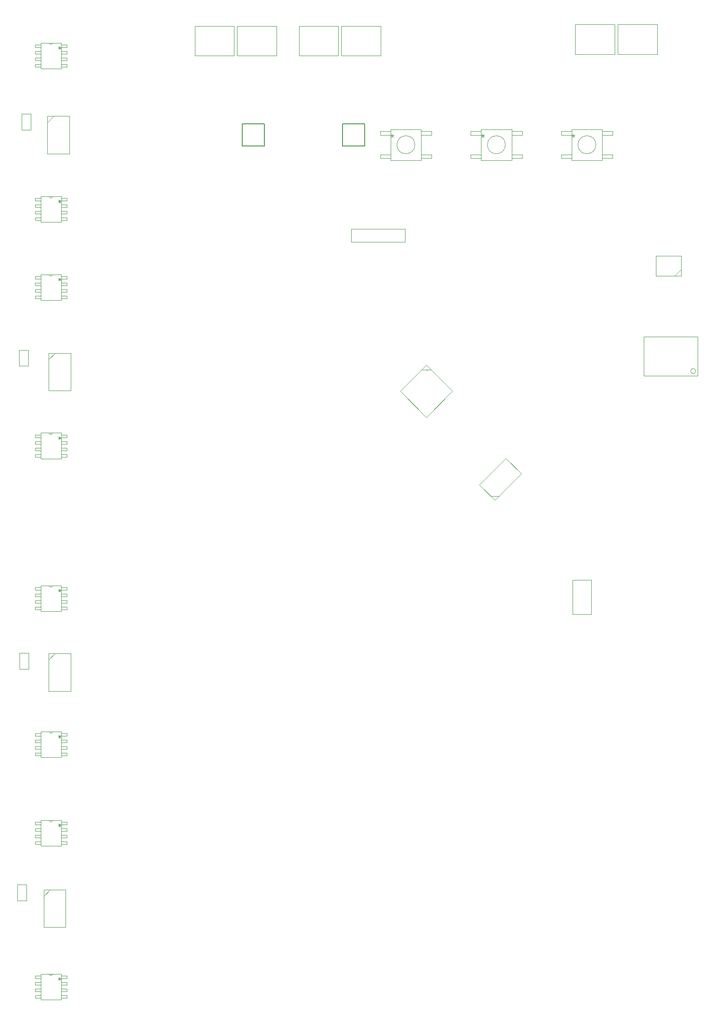
<source format=gbr>
%TF.GenerationSoftware,Altium Limited,Altium Designer,21.6.4 (81)*%
G04 Layer_Color=16711935*
%FSLAX43Y43*%
%MOMM*%
%TF.SameCoordinates,B094594F-E5AE-4C03-B854-EF891E02AD71*%
%TF.FilePolarity,Positive*%
%TF.FileFunction,Other,Mechanical_13*%
%TF.Part,Single*%
G01*
G75*
%TA.AperFunction,NonConductor*%
%ADD156C,0.200*%
%ADD159C,0.076*%
%ADD207C,0.100*%
%ADD231C,0.000*%
%ADD232C,0.025*%
D156*
X171623Y173135D02*
Y177453D01*
X175941D01*
Y173135D02*
Y177453D01*
X171623Y173135D02*
X175941D01*
X152065D02*
Y177453D01*
X156383D01*
Y173135D02*
Y177453D01*
X152065Y173135D02*
X156383D01*
D159*
X198661Y175414D02*
X199195Y174881D01*
X198661D02*
X199195Y175414D01*
X198661Y175148D02*
X199195D01*
X198928Y174881D02*
Y175414D01*
X181008D02*
X181542Y174881D01*
X181008D02*
X181542Y175414D01*
X181008Y175148D02*
X181542D01*
X181275Y174881D02*
Y175414D01*
X216314D02*
X216848Y174881D01*
X216314D02*
X216848Y175414D01*
X216314Y175148D02*
X216848D01*
X216581Y174881D02*
Y175414D01*
X116648Y162632D02*
X116115Y162099D01*
X116648D02*
X116115Y162632D01*
X116648Y162366D02*
X116115D01*
X116382Y162099D02*
Y162632D01*
X116648Y58322D02*
X116115Y57789D01*
X116648D02*
X116115Y58322D01*
X116648Y58056D02*
X116115D01*
X116382Y57789D02*
Y58322D01*
X116648Y192558D02*
X116115Y192025D01*
X116648D02*
X116115Y192558D01*
X116648Y192292D02*
X116115D01*
X116382Y192025D02*
Y192558D01*
X116648Y86798D02*
X116115Y86265D01*
X116648D02*
X116115Y86798D01*
X116648Y86532D02*
X116115D01*
X116382Y86265D02*
Y86798D01*
X116648Y11131D02*
X116115Y10598D01*
X116648D02*
X116115Y11131D01*
X116648Y10865D02*
X116115D01*
X116382Y10598D02*
Y11131D01*
X116648Y116551D02*
X116115Y116018D01*
X116648D02*
X116115Y116551D01*
X116648Y116284D02*
X116115D01*
X116382Y116018D02*
Y116551D01*
X116648Y147407D02*
X116115Y146874D01*
X116648D02*
X116115Y147407D01*
X116648Y147141D02*
X116115D01*
X116382Y146874D02*
Y147407D01*
X116648Y41053D02*
X116115Y40520D01*
X116648D02*
X116115Y41053D01*
X116648Y40787D02*
X116115D01*
X116382Y40520D02*
Y41053D01*
D207*
X240475Y129275D02*
G03*
X240475Y129275I-500J0D01*
G01*
X114250Y73000D02*
X115475Y74225D01*
X114250D02*
X118550D01*
Y66925D02*
Y74225D01*
X114250Y66925D02*
X118550D01*
X114250D02*
Y74225D01*
X114300Y131559D02*
X115525Y132784D01*
X114300D02*
X118600D01*
Y125484D02*
Y132784D01*
X114300Y125484D02*
X118600D01*
X114300D02*
Y132784D01*
X113300Y26975D02*
X114525Y28200D01*
X113300D02*
X117600D01*
Y20900D02*
Y28200D01*
X113300Y20900D02*
X117600D01*
X113300D02*
Y28200D01*
X114050Y171660D02*
Y178960D01*
Y171660D02*
X118350D01*
Y178960D01*
X114050D02*
X118350D01*
X114050Y177735D02*
X115275Y178960D01*
X237650Y147825D02*
Y151725D01*
X232750D02*
X237650D01*
X232750Y147825D02*
Y151725D01*
Y147825D02*
X237650D01*
X236380D02*
X237650Y149095D01*
X108527Y130273D02*
Y133373D01*
X110327Y130273D02*
Y133373D01*
X108527Y130273D02*
X110327D01*
X108527Y133373D02*
X110327D01*
X108155Y26100D02*
Y29200D01*
X109955Y26100D02*
Y29200D01*
X108155Y26100D02*
X109955D01*
X108155Y29200D02*
X109955D01*
X109018Y179423D02*
X110818D01*
X109018Y176323D02*
X110818D01*
Y179423D01*
X109018Y176323D02*
Y179423D01*
X108572Y74350D02*
X110372D01*
X108572Y71250D02*
X110372D01*
Y74350D01*
X108572Y71250D02*
Y74350D01*
X163094Y190763D02*
X170754D01*
Y196563D01*
X163094D02*
X170754D01*
X163094Y190763D02*
Y196563D01*
X142774Y190763D02*
Y196563D01*
X150434D01*
Y190763D02*
Y196563D01*
X142774Y190763D02*
X150434D01*
X171349D02*
Y196563D01*
X179009D01*
Y190763D02*
Y196563D01*
X171349Y190763D02*
X179009D01*
X151029D02*
X158689D01*
Y196563D01*
X151029D02*
X158689D01*
X151029Y190763D02*
Y196563D01*
X225280Y191025D02*
Y196825D01*
X232940D01*
Y191025D02*
Y196825D01*
X225280Y191025D02*
X232940D01*
X216990D02*
Y196825D01*
X224650D01*
Y191025D02*
Y196825D01*
X216990Y191025D02*
X224650D01*
X183793Y154478D02*
Y157018D01*
X173253Y154478D02*
X183793Y154478D01*
X173253Y154478D02*
Y157018D01*
X183793Y157018D01*
X230375Y128375D02*
X240875D01*
X230375Y135975D02*
X240875D01*
Y128375D02*
Y135975D01*
X230375Y128375D02*
Y135975D01*
X220125Y81875D02*
Y88575D01*
X216425Y81875D02*
Y88575D01*
X220125D01*
X216425Y81875D02*
X220125D01*
X201305Y104113D02*
X206467Y109275D01*
X203426Y112315D02*
X206467Y109275D01*
X198265Y107154D02*
X203426Y112315D01*
X198265Y107154D02*
X201305Y104113D01*
X200474Y104944D02*
X202136D01*
D231*
X203348Y173389D02*
G03*
X203348Y173389I-1753J0D01*
G01*
X185695D02*
G03*
X185695Y173389I-1753J0D01*
G01*
X221001D02*
G03*
X221001Y173389I-1753J0D01*
G01*
X114413Y163312D02*
G03*
X115023Y163312I305J0D01*
G01*
X114413Y59002D02*
G03*
X115023Y59002I305J0D01*
G01*
X114413Y193238D02*
G03*
X115023Y193238I305J0D01*
G01*
X114413Y87478D02*
G03*
X115023Y87478I305J0D01*
G01*
X114413Y11811D02*
G03*
X115023Y11811I305J0D01*
G01*
X114413Y117231D02*
G03*
X115023Y117231I305J0D01*
G01*
X114413Y148087D02*
G03*
X115023Y148087I305J0D01*
G01*
X114413Y41733D02*
G03*
X115023Y41733I305J0D01*
G01*
X188154Y129438D02*
G03*
X188154Y129438I-76J0D01*
G01*
D232*
X198598Y170392D02*
Y176386D01*
X204592D01*
Y170392D02*
Y176386D01*
X198598Y170392D02*
X204592D01*
Y175992D02*
X206599D01*
Y175281D02*
Y175992D01*
X204592Y175281D02*
X206599D01*
X204592D02*
Y175992D01*
Y171497D02*
X206599D01*
Y170786D02*
Y171497D01*
X204592Y170786D02*
X206599D01*
X204592D02*
Y171497D01*
X196591Y170786D02*
X198598D01*
X196591D02*
Y171497D01*
X198598D01*
Y170786D02*
Y171497D01*
X196591Y175281D02*
X198598D01*
X196591D02*
Y175992D01*
X198598D01*
Y175281D02*
Y175992D01*
X180945Y170392D02*
Y176386D01*
X186939D01*
Y170392D02*
Y176386D01*
X180945Y170392D02*
X186939D01*
Y175992D02*
X188946D01*
Y175281D02*
Y175992D01*
X186939Y175281D02*
X188946D01*
X186939D02*
Y175992D01*
Y171497D02*
X188946D01*
Y170786D02*
Y171497D01*
X186939Y170786D02*
X188946D01*
X186939D02*
Y171497D01*
X178938Y170786D02*
X180945D01*
X178938D02*
Y171497D01*
X180945D01*
Y170786D02*
Y171497D01*
X178938Y175281D02*
X180945D01*
X178938D02*
Y175992D01*
X180945D01*
Y175281D02*
Y175992D01*
X216251Y170392D02*
Y176386D01*
X222245D01*
Y170392D02*
Y176386D01*
X216251Y170392D02*
X222245D01*
Y175992D02*
X224252D01*
Y175281D02*
Y175992D01*
X222245Y175281D02*
X224252D01*
X222245D02*
Y175992D01*
Y171497D02*
X224252D01*
Y170786D02*
Y171497D01*
X222245Y170786D02*
X224252D01*
X222245D02*
Y171497D01*
X214244Y170786D02*
X216251D01*
X214244D02*
Y171497D01*
X216251D01*
Y170786D02*
Y171497D01*
X214244Y175281D02*
X216251D01*
X214244D02*
Y175992D01*
X216251D01*
Y175281D02*
Y175992D01*
X116712Y158308D02*
Y163312D01*
X112724D02*
X116712D01*
X112724Y158308D02*
Y163312D01*
Y158308D02*
X116712D01*
X111619Y162969D02*
X112724D01*
X111619Y162461D02*
Y162969D01*
Y162461D02*
X112724D01*
Y162969D01*
X111619Y161699D02*
X112724D01*
X111619Y161191D02*
Y161699D01*
Y161191D02*
X112724D01*
Y161699D01*
X111619Y160429D02*
X112724D01*
X111619Y159921D02*
Y160429D01*
Y159921D02*
X112724D01*
Y160429D01*
X111619Y159159D02*
X112724D01*
X111619Y158651D02*
Y159159D01*
Y158651D02*
X112724D01*
Y159159D01*
X116712Y158651D02*
X117817D01*
Y159159D01*
X116712D02*
X117817D01*
X116712Y158651D02*
Y159159D01*
Y159921D02*
X117817D01*
Y160429D01*
X116712D02*
X117817D01*
X116712Y159921D02*
Y160429D01*
Y161191D02*
X117817D01*
Y161699D01*
X116712D02*
X117817D01*
X116712Y161191D02*
Y161699D01*
Y162461D02*
X117817D01*
Y162969D01*
X116712D02*
X117817D01*
X116712Y162461D02*
Y162969D01*
Y58151D02*
Y58659D01*
X117817D01*
Y58151D02*
Y58659D01*
X116712Y58151D02*
X117817D01*
X116712Y56881D02*
Y57389D01*
X117817D01*
Y56881D02*
Y57389D01*
X116712Y56881D02*
X117817D01*
X116712Y55611D02*
Y56119D01*
X117817D01*
Y55611D02*
Y56119D01*
X116712Y55611D02*
X117817D01*
X116712Y54341D02*
Y54849D01*
X117817D01*
Y54341D02*
Y54849D01*
X116712Y54341D02*
X117817D01*
X112724D02*
Y54849D01*
X111619Y54341D02*
X112724D01*
X111619D02*
Y54849D01*
X112724D01*
Y55611D02*
Y56119D01*
X111619Y55611D02*
X112724D01*
X111619D02*
Y56119D01*
X112724D01*
Y56881D02*
Y57389D01*
X111619Y56881D02*
X112724D01*
X111619D02*
Y57389D01*
X112724D01*
Y58151D02*
Y58659D01*
X111619Y58151D02*
X112724D01*
X111619D02*
Y58659D01*
X112724D01*
Y53998D02*
X116712D01*
X112724D02*
Y59002D01*
X116712D01*
Y53998D02*
Y59002D01*
Y188234D02*
Y193238D01*
X112724D02*
X116712D01*
X112724Y188234D02*
Y193238D01*
Y188234D02*
X116712D01*
X111619Y192895D02*
X112724D01*
X111619Y192387D02*
Y192895D01*
Y192387D02*
X112724D01*
Y192895D01*
X111619Y191625D02*
X112724D01*
X111619Y191117D02*
Y191625D01*
Y191117D02*
X112724D01*
Y191625D01*
X111619Y190355D02*
X112724D01*
X111619Y189847D02*
Y190355D01*
Y189847D02*
X112724D01*
Y190355D01*
X111619Y189085D02*
X112724D01*
X111619Y188577D02*
Y189085D01*
Y188577D02*
X112724D01*
Y189085D01*
X116712Y188577D02*
X117817D01*
Y189085D01*
X116712D02*
X117817D01*
X116712Y188577D02*
Y189085D01*
Y189847D02*
X117817D01*
Y190355D01*
X116712D02*
X117817D01*
X116712Y189847D02*
Y190355D01*
Y191117D02*
X117817D01*
Y191625D01*
X116712D02*
X117817D01*
X116712Y191117D02*
Y191625D01*
Y192387D02*
X117817D01*
Y192895D01*
X116712D02*
X117817D01*
X116712Y192387D02*
Y192895D01*
Y82474D02*
Y87478D01*
X112724D02*
X116712D01*
X112724Y82474D02*
Y87478D01*
Y82474D02*
X116712D01*
X111619Y87135D02*
X112724D01*
X111619Y86627D02*
Y87135D01*
Y86627D02*
X112724D01*
Y87135D01*
X111619Y85865D02*
X112724D01*
X111619Y85357D02*
Y85865D01*
Y85357D02*
X112724D01*
Y85865D01*
X111619Y84595D02*
X112724D01*
X111619Y84087D02*
Y84595D01*
Y84087D02*
X112724D01*
Y84595D01*
X111619Y83325D02*
X112724D01*
X111619Y82817D02*
Y83325D01*
Y82817D02*
X112724D01*
Y83325D01*
X116712Y82817D02*
X117817D01*
Y83325D01*
X116712D02*
X117817D01*
X116712Y82817D02*
Y83325D01*
Y84087D02*
X117817D01*
Y84595D01*
X116712D02*
X117817D01*
X116712Y84087D02*
Y84595D01*
Y85357D02*
X117817D01*
Y85865D01*
X116712D02*
X117817D01*
X116712Y85357D02*
Y85865D01*
Y86627D02*
X117817D01*
Y87135D01*
X116712D02*
X117817D01*
X116712Y86627D02*
Y87135D01*
Y10960D02*
Y11468D01*
X117817D01*
Y10960D02*
Y11468D01*
X116712Y10960D02*
X117817D01*
X116712Y9690D02*
Y10198D01*
X117817D01*
Y9690D02*
Y10198D01*
X116712Y9690D02*
X117817D01*
X116712Y8420D02*
Y8928D01*
X117817D01*
Y8420D02*
Y8928D01*
X116712Y8420D02*
X117817D01*
X116712Y7150D02*
Y7658D01*
X117817D01*
Y7150D02*
Y7658D01*
X116712Y7150D02*
X117817D01*
X112724D02*
Y7658D01*
X111619Y7150D02*
X112724D01*
X111619D02*
Y7658D01*
X112724D01*
Y8420D02*
Y8928D01*
X111619Y8420D02*
X112724D01*
X111619D02*
Y8928D01*
X112724D01*
Y9690D02*
Y10198D01*
X111619Y9690D02*
X112724D01*
X111619D02*
Y10198D01*
X112724D01*
Y10960D02*
Y11468D01*
X111619Y10960D02*
X112724D01*
X111619D02*
Y11468D01*
X112724D01*
Y6807D02*
X116712D01*
X112724D02*
Y11811D01*
X116712D01*
Y6807D02*
Y11811D01*
Y112227D02*
Y117231D01*
X112724D02*
X116712D01*
X112724Y112227D02*
Y117231D01*
Y112227D02*
X116712D01*
X111619Y116888D02*
X112724D01*
X111619Y116380D02*
Y116888D01*
Y116380D02*
X112724D01*
Y116888D01*
X111619Y115618D02*
X112724D01*
X111619Y115110D02*
Y115618D01*
Y115110D02*
X112724D01*
Y115618D01*
X111619Y114348D02*
X112724D01*
X111619Y113840D02*
Y114348D01*
Y113840D02*
X112724D01*
Y114348D01*
X111619Y113078D02*
X112724D01*
X111619Y112570D02*
Y113078D01*
Y112570D02*
X112724D01*
Y113078D01*
X116712Y112570D02*
X117817D01*
Y113078D01*
X116712D02*
X117817D01*
X116712Y112570D02*
Y113078D01*
Y113840D02*
X117817D01*
Y114348D01*
X116712D02*
X117817D01*
X116712Y113840D02*
Y114348D01*
Y115110D02*
X117817D01*
Y115618D01*
X116712D02*
X117817D01*
X116712Y115110D02*
Y115618D01*
Y116380D02*
X117817D01*
Y116888D01*
X116712D02*
X117817D01*
X116712Y116380D02*
Y116888D01*
Y143083D02*
Y148087D01*
X112724D02*
X116712D01*
X112724Y143083D02*
Y148087D01*
Y143083D02*
X116712D01*
X111619Y147744D02*
X112724D01*
X111619Y147236D02*
Y147744D01*
Y147236D02*
X112724D01*
Y147744D01*
X111619Y146474D02*
X112724D01*
X111619Y145966D02*
Y146474D01*
Y145966D02*
X112724D01*
Y146474D01*
X111619Y145204D02*
X112724D01*
X111619Y144696D02*
Y145204D01*
Y144696D02*
X112724D01*
Y145204D01*
X111619Y143934D02*
X112724D01*
X111619Y143426D02*
Y143934D01*
Y143426D02*
X112724D01*
Y143934D01*
X116712Y143426D02*
X117817D01*
Y143934D01*
X116712D02*
X117817D01*
X116712Y143426D02*
Y143934D01*
Y144696D02*
X117817D01*
Y145204D01*
X116712D02*
X117817D01*
X116712Y144696D02*
Y145204D01*
Y145966D02*
X117817D01*
Y146474D01*
X116712D02*
X117817D01*
X116712Y145966D02*
Y146474D01*
Y147236D02*
X117817D01*
Y147744D01*
X116712D02*
X117817D01*
X116712Y147236D02*
Y147744D01*
Y36729D02*
Y41733D01*
X112724D02*
X116712D01*
X112724Y36729D02*
Y41733D01*
Y36729D02*
X116712D01*
X111619Y41390D02*
X112724D01*
X111619Y40882D02*
Y41390D01*
Y40882D02*
X112724D01*
Y41390D01*
X111619Y40120D02*
X112724D01*
X111619Y39612D02*
Y40120D01*
Y39612D02*
X112724D01*
Y40120D01*
X111619Y38850D02*
X112724D01*
X111619Y38342D02*
Y38850D01*
Y38342D02*
X112724D01*
Y38850D01*
X111619Y37580D02*
X112724D01*
X111619Y37072D02*
Y37580D01*
Y37072D02*
X112724D01*
Y37580D01*
X116712Y37072D02*
X117817D01*
Y37580D01*
X116712D02*
X117817D01*
X116712Y37072D02*
Y37580D01*
Y38342D02*
X117817D01*
Y38850D01*
X116712D02*
X117817D01*
X116712Y38342D02*
Y38850D01*
Y39612D02*
X117817D01*
Y40120D01*
X116712D02*
X117817D01*
X116712Y39612D02*
Y40120D01*
Y40882D02*
X117817D01*
Y41390D01*
X116712D02*
X117817D01*
X116712Y40882D02*
Y41390D01*
X186990Y129544D02*
X188786Y129544D01*
X187888Y120276D02*
X192971Y125359D01*
X182805D02*
X187888Y120276D01*
X182805Y125359D02*
X187888Y130442D01*
X192971Y125359D01*
%TF.MD5,394c7a4cf20234e6882eb21ddc30bc84*%
M02*

</source>
